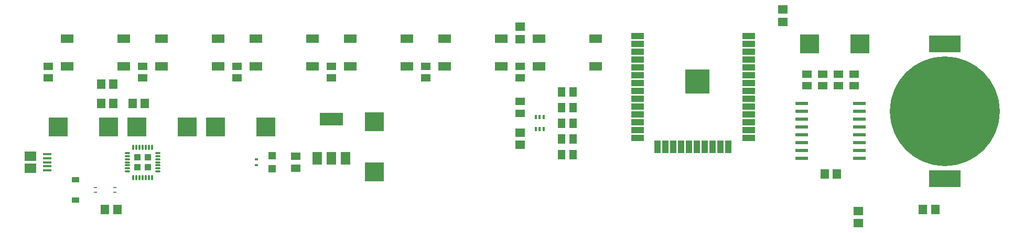
<source format=gbp>
G04 #@! TF.GenerationSoftware,KiCad,Pcbnew,no-vcs-found-3ad3869~61~ubuntu16.04.1*
G04 #@! TF.CreationDate,2018-02-07T22:49:40+05:30*
G04 #@! TF.ProjectId,k3jr_controller,6B336A725F636F6E74726F6C6C65722E,rev 1*
G04 #@! TF.SameCoordinates,Original*
G04 #@! TF.FileFunction,Paste,Bot*
G04 #@! TF.FilePolarity,Positive*
%FSLAX46Y46*%
G04 Gerber Fmt 4.6, Leading zero omitted, Abs format (unit mm)*
G04 Created by KiCad (PCBNEW no-vcs-found-3ad3869~61~ubuntu16.04.1) date Wed Feb  7 22:49:40 2018*
%MOMM*%
%LPD*%
G01*
G04 APERTURE LIST*
%ADD10R,1.900000X1.500000*%
%ADD11R,1.350000X0.400000*%
%ADD12R,1.550000X1.350000*%
%ADD13R,1.300480X1.498600*%
%ADD14R,1.998980X0.599440*%
%ADD15R,1.350000X1.550000*%
%ADD16R,3.048000X3.048000*%
%ADD17R,1.498600X1.300480*%
%ADD18R,1.200000X0.900000*%
%ADD19R,0.500000X0.250000*%
%ADD20C,17.780000*%
%ADD21R,5.080000X2.794000*%
%ADD22R,1.005000X1.005000*%
%ADD23O,0.300000X0.850000*%
%ADD24O,0.850000X0.300000*%
%ADD25R,0.600000X0.400000*%
%ADD26R,1.198880X1.198880*%
%ADD27R,2.100000X1.400000*%
%ADD28R,0.400000X0.650000*%
%ADD29R,3.800000X2.000000*%
%ADD30R,1.500000X2.000000*%
%ADD31R,2.000000X1.000000*%
%ADD32R,1.000000X2.000000*%
%ADD33R,4.000000X4.000000*%
G04 APERTURE END LIST*
D10*
X52355000Y-78470000D03*
D11*
X55055000Y-77470000D03*
X55055000Y-76820000D03*
X55055000Y-76170000D03*
X55055000Y-78770000D03*
X55055000Y-78120000D03*
D10*
X52355000Y-76470000D03*
D12*
X131445000Y-74660000D03*
X131445000Y-72660000D03*
D13*
X138112500Y-66040000D03*
X140017500Y-66040000D03*
D14*
X186260740Y-67945000D03*
X186260740Y-69215000D03*
X186260740Y-70485000D03*
X186260740Y-71755000D03*
X186260740Y-73025000D03*
X186260740Y-74295000D03*
X186260740Y-75565000D03*
X186260740Y-76835000D03*
X176959260Y-76835000D03*
X176959260Y-75565000D03*
X176959260Y-74295000D03*
X176959260Y-73025000D03*
X176959260Y-71755000D03*
X176959260Y-70485000D03*
X176959260Y-69215000D03*
X176959260Y-67945000D03*
D15*
X66405000Y-85090000D03*
X64405000Y-85090000D03*
D16*
X178181000Y-58293000D03*
X186309000Y-58293000D03*
D17*
X70485000Y-63817500D03*
X70485000Y-61912500D03*
X85725000Y-63817500D03*
X85725000Y-61912500D03*
D18*
X59690000Y-83565000D03*
X59690000Y-80265000D03*
D19*
X66040000Y-81540000D03*
X66040000Y-82290000D03*
X62865000Y-81540000D03*
X62865000Y-82290000D03*
D20*
X200025000Y-69215000D03*
D21*
X200025000Y-58293000D03*
X200025000Y-80137000D03*
D22*
X69647500Y-78307500D03*
X69647500Y-76632500D03*
X71322500Y-78307500D03*
X71322500Y-76632500D03*
D23*
X68985000Y-79920000D03*
X69485000Y-79920000D03*
X69985000Y-79920000D03*
X70485000Y-79920000D03*
X70985000Y-79920000D03*
X71485000Y-79920000D03*
X71985000Y-79920000D03*
D24*
X72935000Y-78970000D03*
X72935000Y-78470000D03*
X72935000Y-77970000D03*
X72935000Y-77470000D03*
X72935000Y-76970000D03*
X72935000Y-76470000D03*
X72935000Y-75970000D03*
D23*
X71985000Y-75020000D03*
X71485000Y-75020000D03*
X70985000Y-75020000D03*
X70485000Y-75020000D03*
X69985000Y-75020000D03*
X69485000Y-75020000D03*
X68985000Y-75020000D03*
D24*
X68035000Y-75970000D03*
X68035000Y-76470000D03*
X68035000Y-76970000D03*
X68035000Y-77470000D03*
X68035000Y-77970000D03*
X68035000Y-78470000D03*
X68035000Y-78970000D03*
D25*
X88900000Y-77020000D03*
X88900000Y-77920000D03*
D26*
X91440000Y-76420980D03*
X91440000Y-78519020D03*
D27*
X119275000Y-61940000D03*
X128375000Y-61940000D03*
X128375000Y-57440000D03*
X119275000Y-57440000D03*
X104035000Y-61940000D03*
X113135000Y-61940000D03*
X113135000Y-57440000D03*
X104035000Y-57440000D03*
X67415000Y-57440000D03*
X58315000Y-57440000D03*
X58315000Y-61940000D03*
X67415000Y-61940000D03*
X143615000Y-57440000D03*
X134515000Y-57440000D03*
X134515000Y-61940000D03*
X143615000Y-61940000D03*
X88795000Y-61940000D03*
X97895000Y-61940000D03*
X97895000Y-57440000D03*
X88795000Y-57440000D03*
X73555000Y-61940000D03*
X82655000Y-61940000D03*
X82655000Y-57440000D03*
X73555000Y-57440000D03*
D17*
X182880000Y-65087500D03*
X182880000Y-63182500D03*
X185420000Y-65087500D03*
X185420000Y-63182500D03*
X177800000Y-65087500D03*
X177800000Y-63182500D03*
X180340000Y-65087500D03*
X180340000Y-63182500D03*
X116205000Y-63817500D03*
X116205000Y-61912500D03*
X100965000Y-63817500D03*
X100965000Y-61912500D03*
D15*
X180610000Y-79375000D03*
X182610000Y-79375000D03*
D16*
X90424000Y-71755000D03*
X82296000Y-71755000D03*
X107950000Y-70866000D03*
X107950000Y-78994000D03*
D15*
X63770000Y-64770000D03*
X65770000Y-64770000D03*
D12*
X131445000Y-55515000D03*
X131445000Y-57515000D03*
D16*
X65024000Y-71755000D03*
X56896000Y-71755000D03*
D15*
X63770000Y-67945000D03*
X65770000Y-67945000D03*
D16*
X69596000Y-71755000D03*
X77724000Y-71755000D03*
D15*
X70850000Y-67945000D03*
X68850000Y-67945000D03*
D12*
X173863000Y-52721000D03*
X173863000Y-54721000D03*
D28*
X133970000Y-70170000D03*
X135270000Y-70170000D03*
X134620000Y-72070000D03*
X134620000Y-70170000D03*
X135270000Y-72070000D03*
X133970000Y-72070000D03*
D17*
X131445000Y-69532500D03*
X131445000Y-67627500D03*
X95250000Y-78422500D03*
X95250000Y-76517500D03*
X55245000Y-61912500D03*
X55245000Y-63817500D03*
X131445000Y-61912500D03*
X131445000Y-63817500D03*
D13*
X138112500Y-76200000D03*
X140017500Y-76200000D03*
X138112500Y-73660000D03*
X140017500Y-73660000D03*
X140017500Y-71120000D03*
X138112500Y-71120000D03*
X138112500Y-68580000D03*
X140017500Y-68580000D03*
D29*
X100965000Y-70510000D03*
D30*
X100965000Y-76810000D03*
X98665000Y-76810000D03*
X103265000Y-76810000D03*
D31*
X168385000Y-56980000D03*
X168385000Y-58250000D03*
X168385000Y-59520000D03*
X168385000Y-60790000D03*
X168385000Y-62060000D03*
X168385000Y-63330000D03*
X168385000Y-64600000D03*
X168385000Y-65870000D03*
X168385000Y-67140000D03*
X168385000Y-68410000D03*
X168385000Y-69680000D03*
X168385000Y-70950000D03*
X168385000Y-72220000D03*
X168385000Y-73490000D03*
D32*
X165100000Y-74980000D03*
X163830000Y-74980000D03*
X162560000Y-74980000D03*
X161290000Y-74980000D03*
X160020000Y-74980000D03*
X158750000Y-74980000D03*
X157480000Y-74980000D03*
X156210000Y-74980000D03*
X154940000Y-74980000D03*
X153670000Y-74980000D03*
D31*
X150385000Y-73490000D03*
X150385000Y-72220000D03*
X150385000Y-70950000D03*
X150385000Y-69680000D03*
X150385000Y-68410000D03*
X150385000Y-67140000D03*
X150385000Y-65870000D03*
X150385000Y-64600000D03*
X150385000Y-63330000D03*
X150385000Y-62060000D03*
X150385000Y-60790000D03*
X150385000Y-59520000D03*
X150385000Y-58250000D03*
X150385000Y-56980000D03*
D33*
X160085000Y-64380000D03*
D15*
X198485000Y-85090000D03*
X196485000Y-85090000D03*
D12*
X186055000Y-85360000D03*
X186055000Y-87360000D03*
M02*

</source>
